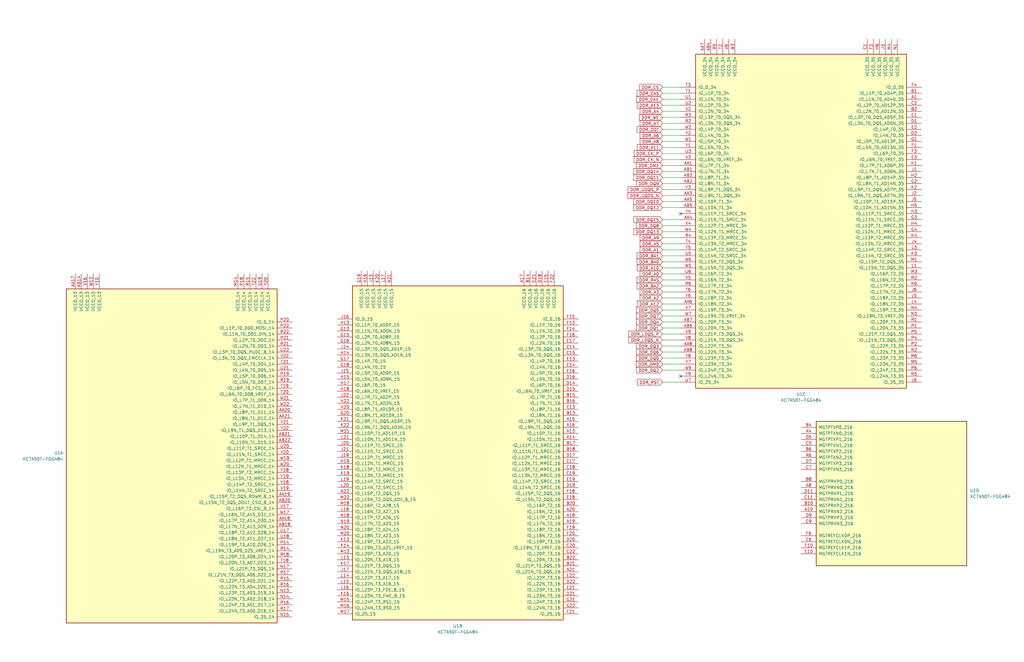
<source format=kicad_sch>
(kicad_sch (version 20250114) (generator "eeschema") (generator_version "9.0")
  (paper "USLedger")
  (lib_symbols
    (symbol "!Xilinx:XC7A50T-FGG484" (pin_names (offset 1.016))
      (property "Reference" "U" (at 0 1.27 0))
      (property "Value" "XC7A50T-2FGG484C" (at 0 -1.27 0))
      (symbol "XC7A50T-FGG484_1_1"
        (rectangle (start -44.45 67.31) (end 44.45 -73.66) (stroke (width 0.254)) (fill (type background)))
        (pin power_in line (at -40.64 73.66 270) (length 6.35) (name "VCCO_13") (number "AA17"))
        (pin power_in line (at -38.1 73.66 270) (length 6.35) (name "VCCO_13") (number "AB14"))
        (pin power_in line (at -35.56 73.66 270) (length 6.35) (name "VCCO_13") (number "V16"))
        (pin power_in line (at -33.02 73.66 270) (length 6.35) (name "VCCO_13") (number "W13"))
        (pin power_in line (at -30.48 73.66 270) (length 6.35) (name "VCCO_13") (number "Y10"))
        (pin power_in line (at 27.94 73.66 270) (length 6.35) (name "VCCO_14") (number "M14"))
        (pin power_in line (at 30.48 73.66 270) (length 6.35) (name "VCCO_14") (number "P18"))
        (pin power_in line (at 33.02 73.66 270) (length 6.35) (name "VCCO_14") (number "R15"))
        (pin power_in line (at 35.56 73.66 270) (length 6.35) (name "VCCO_14") (number "T22"))
        (pin power_in line (at 38.1 73.66 270) (length 6.35) (name "VCCO_14") (number "U19"))
        (pin power_in line (at 40.64 73.66 270) (length 6.35) (name "VCCO_14") (number "Y20"))
        (pin bidirectional line (at 50.8 53.34 180) (length 6.35) (name "IO_0_14") (number "P20"))
        (pin bidirectional line (at 50.8 50.8 180) (length 6.35) (name "IO_L1P_T0_D00_MOSI_14") (number "P22"))
        (pin bidirectional line (at 50.8 48.26 180) (length 6.35) (name "IO_L1N_T0_D01_DIN_14") (number "R22"))
        (pin bidirectional line (at 50.8 45.72 180) (length 6.35) (name "IO_L2P_T0_D02_14") (number "P21"))
        (pin bidirectional line (at 50.8 43.18 180) (length 6.35) (name "IO_L2N_T0_D03_14") (number "R21"))
        (pin bidirectional line (at 50.8 40.64 180) (length 6.35) (name "IO_L3P_T0_DQS_PUDC_B_14") (number "U22"))
        (pin bidirectional line (at 50.8 38.1 180) (length 6.35) (name "IO_L3N_T0_DQS_EMCCLK_14") (number "V22"))
        (pin bidirectional line (at 50.8 35.56 180) (length 6.35) (name "IO_L4P_T0_D04_14") (number "T21"))
        (pin bidirectional line (at 50.8 33.02 180) (length 6.35) (name "IO_L4N_T0_D05_14") (number "U21"))
        (pin bidirectional line (at 50.8 30.48 180) (length 6.35) (name "IO_L5P_T0_D06_14") (number "P19"))
        (pin bidirectional line (at 50.8 27.94 180) (length 6.35) (name "IO_L5N_T0_D07_14") (number "R19"))
        (pin bidirectional line (at 50.8 25.4 180) (length 6.35) (name "IO_L6P_T0_FCS_B_14") (number "T19"))
        (pin bidirectional line (at 50.8 22.86 180) (length 6.35) (name "IO_L6N_T0_D08_VREF_14") (number "T20"))
        (pin bidirectional line (at 50.8 20.32 180) (length 6.35) (name "IO_L7P_T1_D09_14") (number "W21"))
        (pin bidirectional line (at 50.8 17.78 180) (length 6.35) (name "IO_L7N_T1_D10_14") (number "W22"))
        (pin bidirectional line (at 50.8 15.24 180) (length 6.35) (name "IO_L8P_T1_D11_14") (number "AA20"))
        (pin bidirectional line (at 50.8 12.7 180) (length 6.35) (name "IO_L8N_T1_D12_14") (number "AA21"))
        (pin bidirectional line (at 50.8 10.16 180) (length 6.35) (name "IO_L9P_T1_DQS_14") (number "Y21"))
        (pin bidirectional line (at 50.8 7.62 180) (length 6.35) (name "IO_L9N_T1_DQS_D13_14") (number "Y22"))
        (pin bidirectional line (at 50.8 5.08 180) (length 6.35) (name "IO_L10P_T1_D14_14") (number "AB21"))
        (pin bidirectional line (at 50.8 2.54 180) (length 6.35) (name "IO_L10N_T1_D15_14") (number "AB22"))
        (pin bidirectional line (at 50.8 0 180) (length 6.35) (name "IO_L11P_T1_SRCC_14") (number "U20"))
        (pin bidirectional line (at 50.8 -2.54 180) (length 6.35) (name "IO_L11N_T1_SRCC_14") (number "V20"))
        (pin bidirectional line (at 50.8 -5.08 180) (length 6.35) (name "IO_L12P_T1_MRCC_14") (number "W19"))
        (pin bidirectional line (at 50.8 -7.62 180) (length 6.35) (name "IO_L12N_T1_MRCC_14") (number "W20"))
        (pin bidirectional line (at 50.8 -10.16 180) (length 6.35) (name "IO_L13P_T2_MRCC_14") (number "Y18"))
        (pin bidirectional line (at 50.8 -12.7 180) (length 6.35) (name "IO_L13N_T2_MRCC_14") (number "Y19"))
        (pin bidirectional line (at 50.8 -15.24 180) (length 6.35) (name "IO_L14P_T2_SRCC_14") (number "V18"))
        (pin bidirectional line (at 50.8 -17.78 180) (length 6.35) (name "IO_L14N_T2_SRCC_14") (number "V19"))
        (pin bidirectional line (at 50.8 -20.32 180) (length 6.35) (name "IO_L15P_T2_DQS_RDWR_B_14") (number "AA19"))
        (pin bidirectional line (at 50.8 -22.86 180) (length 6.35) (name "IO_L15N_T2_DQS_DOUT_CSO_B_14") (number "AB20"))
        (pin bidirectional line (at 50.8 -25.4 180) (length 6.35) (name "IO_L16P_T2_CSI_B_14") (number "V17"))
        (pin bidirectional line (at 50.8 -27.94 180) (length 6.35) (name "IO_L16N_T2_A15_D31_14") (number "W17"))
        (pin bidirectional line (at 50.8 -30.48 180) (length 6.35) (name "IO_L17P_T2_A14_D30_14") (number "AA18"))
        (pin bidirectional line (at 50.8 -33.02 180) (length 6.35) (name "IO_L17N_T2_A13_D29_14") (number "AB18"))
        (pin bidirectional line (at 50.8 -35.56 180) (length 6.35) (name "IO_L18P_T2_A12_D28_14") (number "U17"))
        (pin bidirectional line (at 50.8 -38.1 180) (length 6.35) (name "IO_L18N_T2_A11_D27_14") (number "U18"))
        (pin bidirectional line (at 50.8 -40.64 180) (length 6.35) (name "IO_L19P_T3_A10_D26_14") (number "P14"))
        (pin bidirectional line (at 50.8 -43.18 180) (length 6.35) (name "IO_L19N_T3_A09_D25_VREF_14") (number "R14"))
        (pin bidirectional line (at 50.8 -45.72 180) (length 6.35) (name "IO_L20P_T3_A08_D24_14") (number "R18"))
        (pin bidirectional line (at 50.8 -48.26 180) (length 6.35) (name "IO_L20N_T3_A07_D23_14") (number "T18"))
        (pin bidirectional line (at 50.8 -50.8 180) (length 6.35) (name "IO_L21P_T3_DQS_14") (number "N17"))
        (pin bidirectional line (at 50.8 -53.34 180) (length 6.35) (name "IO_L21N_T3_DQS_A06_D22_14") (number "P17"))
        (pin bidirectional line (at 50.8 -55.88 180) (length 6.35) (name "IO_L22P_T3_A05_D21_14") (number "P15"))
        (pin bidirectional line (at 50.8 -58.42 180) (length 6.35) (name "IO_L22N_T3_A04_D20_14") (number "R16"))
        (pin bidirectional line (at 50.8 -60.96 180) (length 6.35) (name "IO_L23P_T3_A03_D19_14") (number "N13"))
        (pin bidirectional line (at 50.8 -63.5 180) (length 6.35) (name "IO_L23N_T3_A02_D18_14") (number "N14"))
        (pin bidirectional line (at 50.8 -66.04 180) (length 6.35) (name "IO_L24P_T3_A01_D17_14") (number "P16"))
        (pin bidirectional line (at 50.8 -68.58 180) (length 6.35) (name "IO_L24N_T3_A00_D16_14") (number "R17"))
        (pin bidirectional line (at 50.8 -71.12 180) (length 6.35) (name "IO_25_14") (number "N15"))
      )
      (symbol "XC7A50T-FGG484_2_1"
        (rectangle (start -44.45 67.31) (end 44.45 -73.66) (stroke (width 0.254)) (fill (type background)))
        (pin bidirectional line (at -50.8 53.34 0) (length 6.35) (name "IO_0_15") (number "J16"))
        (pin bidirectional line (at -50.8 50.8 0) (length 6.35) (name "IO_L1P_T0_AD0P_15") (number "H13"))
        (pin bidirectional line (at -50.8 48.26 0) (length 6.35) (name "IO_L1N_T0_AD0N_15") (number "G13"))
        (pin bidirectional line (at -50.8 45.72 0) (length 6.35) (name "IO_L2P_T0_AD8P_15") (number "G15"))
        (pin bidirectional line (at -50.8 43.18 0) (length 6.35) (name "IO_L2N_T0_AD8N_15") (number "G16"))
        (pin bidirectional line (at -50.8 40.64 0) (length 6.35) (name "IO_L3P_T0_DQS_AD1P_15") (number "J14"))
        (pin bidirectional line (at -50.8 38.1 0) (length 6.35) (name "IO_L3N_T0_DQS_AD1N_15") (number "H14"))
        (pin bidirectional line (at -50.8 35.56 0) (length 6.35) (name "IO_L4P_T0_15") (number "G17"))
        (pin bidirectional line (at -50.8 33.02 0) (length 6.35) (name "IO_L4N_T0_15") (number "G18"))
        (pin bidirectional line (at -50.8 30.48 0) (length 6.35) (name "IO_L5P_T0_AD9P_15") (number "J15"))
        (pin bidirectional line (at -50.8 27.94 0) (length 6.35) (name "IO_L5N_T0_AD9N_15") (number "H15"))
        (pin bidirectional line (at -50.8 25.4 0) (length 6.35) (name "IO_L6P_T0_15") (number "H17"))
        (pin bidirectional line (at -50.8 22.86 0) (length 6.35) (name "IO_L6N_T0_VREF_15") (number "H18"))
        (pin bidirectional line (at -50.8 20.32 0) (length 6.35) (name "IO_L7P_T1_AD2P_15") (number "J22"))
        (pin bidirectional line (at -50.8 17.78 0) (length 6.35) (name "IO_L7N_T1_AD2N_15") (number "H22"))
        (pin bidirectional line (at -50.8 15.24 0) (length 6.35) (name "IO_L8P_T1_AD10P_15") (number "H20"))
        (pin bidirectional line (at -50.8 12.7 0) (length 6.35) (name "IO_L8N_T1_AD10N_15") (number "G20"))
        (pin bidirectional line (at -50.8 10.16 0) (length 6.35) (name "IO_L9P_T1_DQS_AD3P_15") (number "K21"))
        (pin bidirectional line (at -50.8 7.62 0) (length 6.35) (name "IO_L9N_T1_DQS_AD3N_15") (number "K22"))
        (pin bidirectional line (at -50.8 5.08 0) (length 6.35) (name "IO_L10P_T1_AD11P_15") (number "M21"))
        (pin bidirectional line (at -50.8 2.54 0) (length 6.35) (name "IO_L10N_T1_AD11N_15") (number "L21"))
        (pin bidirectional line (at -50.8 0 0) (length 6.35) (name "IO_L11P_T1_SRCC_15") (number "J20"))
        (pin bidirectional line (at -50.8 -2.54 0) (length 6.35) (name "IO_L11N_T1_SRCC_15") (number "J21"))
        (pin bidirectional line (at -50.8 -5.08 0) (length 6.35) (name "IO_L12P_T1_MRCC_15") (number "J19"))
        (pin bidirectional line (at -50.8 -7.62 0) (length 6.35) (name "IO_L12N_T1_MRCC_15") (number "H19"))
        (pin bidirectional line (at -50.8 -10.16 0) (length 6.35) (name "IO_L13P_T2_MRCC_15") (number "K18"))
        (pin bidirectional line (at -50.8 -12.7 0) (length 6.35) (name "IO_L13N_T2_MRCC_15") (number "K19"))
        (pin bidirectional line (at -50.8 -15.24 0) (length 6.35) (name "IO_L14P_T2_SRCC_15") (number "L19"))
        (pin bidirectional line (at -50.8 -17.78 0) (length 6.35) (name "IO_L14N_T2_SRCC_15") (number "L20"))
        (pin bidirectional line (at -50.8 -20.32 0) (length 6.35) (name "IO_L15P_T2_DQS_15") (number "N22"))
        (pin bidirectional line (at -50.8 -22.86 0) (length 6.35) (name "IO_L15N_T2_DQS_ADV_B_15") (number "M22"))
        (pin bidirectional line (at -50.8 -25.4 0) (length 6.35) (name "IO_L16P_T2_A28_15") (number "M18"))
        (pin bidirectional line (at -50.8 -27.94 0) (length 6.35) (name "IO_L16N_T2_A27_15") (number "L18"))
        (pin bidirectional line (at -50.8 -30.48 0) (length 6.35) (name "IO_L17P_T2_A26_15") (number "N18"))
        (pin bidirectional line (at -50.8 -33.02 0) (length 6.35) (name "IO_L17N_T2_A25_15") (number "N19"))
        (pin bidirectional line (at -50.8 -35.56 0) (length 6.35) (name "IO_L18P_T2_A24_15") (number "N20"))
        (pin bidirectional line (at -50.8 -38.1 0) (length 6.35) (name "IO_L18N_T2_A23_15") (number "M20"))
        (pin bidirectional line (at -50.8 -40.64 0) (length 6.35) (name "IO_L19P_T3_A22_15") (number "K13"))
        (pin bidirectional line (at -50.8 -43.18 0) (length 6.35) (name "IO_L19N_T3_A21_VREF_15") (number "K14"))
        (pin bidirectional line (at -50.8 -45.72 0) (length 6.35) (name "IO_L20P_T3_A20_15") (number "M13"))
        (pin bidirectional line (at -50.8 -48.26 0) (length 6.35) (name "IO_L20N_T3_A19_15") (number "L13"))
        (pin bidirectional line (at -50.8 -50.8 0) (length 6.35) (name "IO_L21P_T3_DQS_15") (number "K17"))
        (pin bidirectional line (at -50.8 -53.34 0) (length 6.35) (name "IO_L21N_T3_DQS_A18_15") (number "J17"))
        (pin bidirectional line (at -50.8 -55.88 0) (length 6.35) (name "IO_L22P_T3_A17_15") (number "L14"))
        (pin bidirectional line (at -50.8 -58.42 0) (length 6.35) (name "IO_L22N_T3_A16_15") (number "L15"))
        (pin bidirectional line (at -50.8 -60.96 0) (length 6.35) (name "IO_L23P_T3_FOE_B_15") (number "L16"))
        (pin bidirectional line (at -50.8 -63.5 0) (length 6.35) (name "IO_L23N_T3_FWE_B_15") (number "K16"))
        (pin bidirectional line (at -50.8 -66.04 0) (length 6.35) (name "IO_L24P_T3_RS1_15") (number "M15"))
        (pin bidirectional line (at -50.8 -68.58 0) (length 6.35) (name "IO_L24N_T3_RS0_15") (number "M16"))
        (pin bidirectional line (at -50.8 -71.12 0) (length 6.35) (name "IO_25_15") (number "M17"))
        (pin power_in line (at -40.64 73.66 270) (length 6.35) (name "VCCO_15") (number "G19"))
        (pin power_in line (at -38.1 73.66 270) (length 6.35) (name "VCCO_15") (number "H16"))
        (pin power_in line (at -35.56 73.66 270) (length 6.35) (name "VCCO_15") (number "J13"))
        (pin power_in line (at -33.02 73.66 270) (length 6.35) (name "VCCO_15") (number "K20"))
        (pin power_in line (at -30.48 73.66 270) (length 6.35) (name "VCCO_15") (number "L17"))
        (pin power_in line (at -27.94 73.66 270) (length 6.35) (name "VCCO_15") (number "N21"))
        (pin power_in line (at 27.94 73.66 270) (length 6.35) (name "VCCO_16") (number "A17"))
        (pin power_in line (at 30.48 73.66 270) (length 6.35) (name "VCCO_16") (number "B14"))
        (pin power_in line (at 33.02 73.66 270) (length 6.35) (name "VCCO_16") (number "C21"))
        (pin power_in line (at 35.56 73.66 270) (length 6.35) (name "VCCO_16") (number "D18"))
        (pin power_in line (at 38.1 73.66 270) (length 6.35) (name "VCCO_16") (number "E15"))
        (pin power_in line (at 40.64 73.66 270) (length 6.35) (name "VCCO_16") (number "F22"))
        (pin bidirectional line (at 50.8 53.34 180) (length 6.35) (name "IO_0_16") (number "F15"))
        (pin bidirectional line (at 50.8 50.8 180) (length 6.35) (name "IO_L1P_T0_16") (number "F13"))
        (pin bidirectional line (at 50.8 48.26 180) (length 6.35) (name "IO_L1N_T0_16") (number "F14"))
        (pin bidirectional line (at 50.8 45.72 180) (length 6.35) (name "IO_L2P_T0_16") (number "F16"))
        (pin bidirectional line (at 50.8 43.18 180) (length 6.35) (name "IO_L2N_T0_16") (number "E17"))
        (pin bidirectional line (at 50.8 40.64 180) (length 6.35) (name "IO_L3P_T0_DQS_16") (number "C14"))
        (pin bidirectional line (at 50.8 38.1 180) (length 6.35) (name "IO_L3N_T0_DQS_16") (number "C15"))
        (pin bidirectional line (at 50.8 35.56 180) (length 6.35) (name "IO_L4P_T0_16") (number "E13"))
        (pin bidirectional line (at 50.8 33.02 180) (length 6.35) (name "IO_L4N_T0_16") (number "E14"))
        (pin bidirectional line (at 50.8 30.48 180) (length 6.35) (name "IO_L5P_T0_16") (number "E16"))
        (pin bidirectional line (at 50.8 27.94 180) (length 6.35) (name "IO_L5N_T0_16") (number "D16"))
        (pin bidirectional line (at 50.8 25.4 180) (length 6.35) (name "IO_L6P_T0_16") (number "D14"))
        (pin bidirectional line (at 50.8 22.86 180) (length 6.35) (name "IO_L6N_T0_VREF_16") (number "D15"))
        (pin bidirectional line (at 50.8 20.32 180) (length 6.35) (name "IO_L7P_T1_16") (number "B15"))
        (pin bidirectional line (at 50.8 17.78 180) (length 6.35) (name "IO_L7N_T1_16") (number "B16"))
        (pin bidirectional line (at 50.8 15.24 180) (length 6.35) (name "IO_L8P_T1_16") (number "C13"))
        (pin bidirectional line (at 50.8 12.7 180) (length 6.35) (name "IO_L8N_T1_16") (number "B13"))
        (pin bidirectional line (at 50.8 10.16 180) (length 6.35) (name "IO_L9P_T1_DQS_16") (number "A15"))
        (pin bidirectional line (at 50.8 7.62 180) (length 6.35) (name "IO_L9N_T1_DQS_16") (number "A16"))
        (pin bidirectional line (at 50.8 5.08 180) (length 6.35) (name "IO_L10P_T1_16") (number "A13"))
        (pin bidirectional line (at 50.8 2.54 180) (length 6.35) (name "IO_L10N_T1_16") (number "A14"))
        (pin bidirectional line (at 50.8 0 180) (length 6.35) (name "IO_L11P_T1_SRCC_16") (number "B17"))
        (pin bidirectional line (at 50.8 -2.54 180) (length 6.35) (name "IO_L11N_T1_SRCC_16") (number "B18"))
        (pin bidirectional line (at 50.8 -5.08 180) (length 6.35) (name "IO_L12P_T1_MRCC_16") (number "D17"))
        (pin bidirectional line (at 50.8 -7.62 180) (length 6.35) (name "IO_L12N_T1_MRCC_16") (number "C17"))
        (pin bidirectional line (at 50.8 -10.16 180) (length 6.35) (name "IO_L13P_T2_MRCC_16") (number "C18"))
        (pin bidirectional line (at 50.8 -12.7 180) (length 6.35) (name "IO_L13N_T2_MRCC_16") (number "C19"))
        (pin bidirectional line (at 50.8 -15.24 180) (length 6.35) (name "IO_L14P_T2_SRCC_16") (number "E19"))
        (pin bidirectional line (at 50.8 -17.78 180) (length 6.35) (name "IO_L14N_T2_SRCC_16") (number "D19"))
        (pin bidirectional line (at 50.8 -20.32 180) (length 6.35) (name "IO_L15P_T2_DQS_16") (number "F18"))
        (pin bidirectional line (at 50.8 -22.86 180) (length 6.35) (name "IO_L15N_T2_DQS_16") (number "E18"))
        (pin bidirectional line (at 50.8 -25.4 180) (length 6.35) (name "IO_L16P_T2_16") (number "B20"))
        (pin bidirectional line (at 50.8 -27.94 180) (length 6.35) (name "IO_L16N_T2_16") (number "A20"))
        (pin bidirectional line (at 50.8 -30.48 180) (length 6.35) (name "IO_L17P_T2_16") (number "A18"))
        (pin bidirectional line (at 50.8 -33.02 180) (length 6.35) (name "IO_L17N_T2_16") (number "A19"))
        (pin bidirectional line (at 50.8 -35.56 180) (length 6.35) (name "IO_L18P_T2_16") (number "F19"))
        (pin bidirectional line (at 50.8 -38.1 180) (length 6.35) (name "IO_L18N_T2_16") (number "F20"))
        (pin bidirectional line (at 50.8 -40.64 180) (length 6.35) (name "IO_L19P_T3_16") (number "D20"))
        (pin bidirectional line (at 50.8 -43.18 180) (length 6.35) (name "IO_L19N_T3_VREF_16") (number "C20"))
        (pin bidirectional line (at 50.8 -45.72 180) (length 6.35) (name "IO_L20P_T3_16") (number "C22"))
        (pin bidirectional line (at 50.8 -48.26 180) (length 6.35) (name "IO_L20N_T3_16") (number "B22"))
        (pin bidirectional line (at 50.8 -50.8 180) (length 6.35) (name "IO_L21P_T3_DQS_16") (number "B21"))
        (pin bidirectional line (at 50.8 -53.34 180) (length 6.35) (name "IO_L21N_T3_DQS_16") (number "A21"))
        (pin bidirectional line (at 50.8 -55.88 180) (length 6.35) (name "IO_L22P_T3_16") (number "E22"))
        (pin bidirectional line (at 50.8 -58.42 180) (length 6.35) (name "IO_L22N_T3_16") (number "D22"))
        (pin bidirectional line (at 50.8 -60.96 180) (length 6.35) (name "IO_L23P_T3_16") (number "E21"))
        (pin bidirectional line (at 50.8 -63.5 180) (length 6.35) (name "IO_L23N_T3_16") (number "D21"))
        (pin bidirectional line (at 50.8 -66.04 180) (length 6.35) (name "IO_L24P_T3_16") (number "G21"))
        (pin bidirectional line (at 50.8 -68.58 180) (length 6.35) (name "IO_L24N_T3_16") (number "G22"))
        (pin bidirectional line (at 50.8 -71.12 180) (length 6.35) (name "IO_25_16") (number "F21"))
      )
      (symbol "XC7A50T-FGG484_3_1"
        (rectangle (start -44.45 67.31) (end 44.45 -73.66) (stroke (width 0.254)) (fill (type background)))
        (pin bidirectional line (at -50.8 53.34 0) (length 6.35) (name "IO_0_34") (number "T3"))
        (pin bidirectional line (at -50.8 50.8 0) (length 6.35) (name "IO_L1P_T0_34") (number "T1"))
        (pin bidirectional line (at -50.8 48.26 0) (length 6.35) (name "IO_L1N_T0_34") (number "U1"))
        (pin bidirectional line (at -50.8 45.72 0) (length 6.35) (name "IO_L2P_T0_34") (number "U2"))
        (pin bidirectional line (at -50.8 43.18 0) (length 6.35) (name "IO_L2N_T0_34") (number "V2"))
        (pin bidirectional line (at -50.8 40.64 0) (length 6.35) (name "IO_L3P_T0_DQS_34") (number "R3"))
        (pin bidirectional line (at -50.8 38.1 0) (length 6.35) (name "IO_L3N_T0_DQS_34") (number "R2"))
        (pin bidirectional line (at -50.8 35.56 0) (length 6.35) (name "IO_L4P_T0_34") (number "W2"))
        (pin bidirectional line (at -50.8 33.02 0) (length 6.35) (name "IO_L4N_T0_34") (number "Y2"))
        (pin bidirectional line (at -50.8 30.48 0) (length 6.35) (name "IO_L5P_T0_34") (number "W1"))
        (pin bidirectional line (at -50.8 27.94 0) (length 6.35) (name "IO_L5N_T0_34") (number "Y1"))
        (pin bidirectional line (at -50.8 25.4 0) (length 6.35) (name "IO_L6P_T0_34") (number "U3"))
        (pin bidirectional line (at -50.8 22.86 0) (length 6.35) (name "IO_L6N_T0_VREF_34") (number "V3"))
        (pin bidirectional line (at -50.8 20.32 0) (length 6.35) (name "IO_L7P_T1_34") (number "AA1"))
        (pin bidirectional line (at -50.8 17.78 0) (length 6.35) (name "IO_L7N_T1_34") (number "AB1"))
        (pin bidirectional line (at -50.8 15.24 0) (length 6.35) (name "IO_L8P_T1_34") (number "AB3"))
        (pin bidirectional line (at -50.8 12.7 0) (length 6.35) (name "IO_L8N_T1_34") (number "AB2"))
        (pin bidirectional line (at -50.8 10.16 0) (length 6.35) (name "IO_L9P_T1_DQS_34") (number "Y3"))
        (pin bidirectional line (at -50.8 7.62 0) (length 6.35) (name "IO_L9N_T1_DQS_34") (number "AA3"))
        (pin bidirectional line (at -50.8 5.08 0) (length 6.35) (name "IO_L10P_T1_34") (number "AA5"))
        (pin bidirectional line (at -50.8 2.54 0) (length 6.35) (name "IO_L10N_T1_34") (number "AB5"))
        (pin bidirectional line (at -50.8 0 0) (length 6.35) (name "IO_L11P_T1_SRCC_34") (number "Y4"))
        (pin bidirectional line (at -50.8 -2.54 0) (length 6.35) (name "IO_L11N_T1_SRCC_34") (number "AA4"))
        (pin bidirectional line (at -50.8 -5.08 0) (length 6.35) (name "IO_L12P_T1_MRCC_34") (number "V4"))
        (pin bidirectional line (at -50.8 -7.62 0) (length 6.35) (name "IO_L12N_T1_MRCC_34") (number "W4"))
        (pin bidirectional line (at -50.8 -10.16 0) (length 6.35) (name "IO_L13P_T2_MRCC_34") (number "R4"))
        (pin bidirectional line (at -50.8 -12.7 0) (length 6.35) (name "IO_L13N_T2_MRCC_34") (number "T4"))
        (pin bidirectional line (at -50.8 -15.24 0) (length 6.35) (name "IO_L14P_T2_SRCC_34") (number "T5"))
        (pin bidirectional line (at -50.8 -17.78 0) (length 6.35) (name "IO_L14N_T2_SRCC_34") (number "U5"))
        (pin bidirectional line (at -50.8 -20.32 0) (length 6.35) (name "IO_L15P_T2_DQS_34") (number "W6"))
        (pin bidirectional line (at -50.8 -22.86 0) (length 6.35) (name "IO_L15N_T2_DQS_34") (number "W5"))
        (pin bidirectional line (at -50.8 -25.4 0) (length 6.35) (name "IO_L16P_T2_34") (number "U6"))
        (pin bidirectional line (at -50.8 -27.94 0) (length 6.35) (name "IO_L16N_T2_34") (number "V5"))
        (pin bidirectional line (at -50.8 -30.48 0) (length 6.35) (name "IO_L17P_T2_34") (number "R6"))
        (pin bidirectional line (at -50.8 -33.02 0) (length 6.35) (name "IO_L17N_T2_34") (number "T6"))
        (pin bidirectional line (at -50.8 -35.56 0) (length 6.35) (name "IO_L18P_T2_34") (number "Y6"))
        (pin bidirectional line (at -50.8 -38.1 0) (length 6.35) (name "IO_L18N_T2_34") (number "AA6"))
        (pin bidirectional line (at -50.8 -40.64 0) (length 6.35) (name "IO_L19P_T3_34") (number "V7"))
        (pin bidirectional line (at -50.8 -43.18 0) (length 6.35) (name "IO_L19N_T3_VREF_34") (number "W7"))
        (pin bidirectional line (at -50.8 -45.72 0) (length 6.35) (name "IO_L20P_T3_34") (number "AB7"))
        (pin bidirectional line (at -50.8 -48.26 0) (length 6.35) (name "IO_L20N_T3_34") (number "AB6"))
        (pin bidirectional line (at -50.8 -50.8 0) (length 6.35) (name "IO_L21P_T3_DQS_34") (number "V9"))
        (pin bidirectional line (at -50.8 -53.34 0) (length 6.35) (name "IO_L21N_T3_DQS_34") (number "V8"))
        (pin bidirectional line (at -50.8 -55.88 0) (length 6.35) (name "IO_L22P_T3_34") (number "AA8"))
        (pin bidirectional line (at -50.8 -58.42 0) (length 6.35) (name "IO_L22N_T3_34") (number "AB8"))
        (pin bidirectional line (at -50.8 -60.96 0) (length 6.35) (name "IO_L23P_T3_34") (number "Y8"))
        (pin bidirectional line (at -50.8 -63.5 0) (length 6.35) (name "IO_L23N_T3_34") (number "Y7"))
        (pin bidirectional line (at -50.8 -66.04 0) (length 6.35) (name "IO_L24P_T3_34") (number "W9"))
        (pin bidirectional line (at -50.8 -68.58 0) (length 6.35) (name "IO_L24N_T3_34") (number "Y9"))
        (pin bidirectional line (at -50.8 -71.12 0) (length 6.35) (name "IO_25_34") (number "U7"))
        (pin power_in line (at -40.64 73.66 270) (length 6.35) (name "VCCO_34") (number "AA7"))
        (pin power_in line (at -38.1 73.66 270) (length 6.35) (name "VCCO_34") (number "AB4"))
        (pin power_in line (at -35.56 73.66 270) (length 6.35) (name "VCCO_34") (number "R5"))
        (pin power_in line (at -33.02 73.66 270) (length 6.35) (name "VCCO_34") (number "T2"))
        (pin power_in line (at -30.48 73.66 270) (length 6.35) (name "VCCO_34") (number "V6"))
        (pin power_in line (at -27.94 73.66 270) (length 6.35) (name "VCCO_34") (number "W3"))
        (pin power_in line (at 27.94 73.66 270) (length 6.35) (name "VCCO_35") (number "C1"))
        (pin power_in line (at 30.48 73.66 270) (length 6.35) (name "VCCO_35") (number "F2"))
        (pin power_in line (at 33.02 73.66 270) (length 6.35) (name "VCCO_35") (number "H6"))
        (pin power_in line (at 35.56 73.66 270) (length 6.35) (name "VCCO_35") (number "J3"))
        (pin power_in line (at 38.1 73.66 270) (length 6.35) (name "VCCO_35") (number "M4"))
        (pin power_in line (at 40.64 73.66 270) (length 6.35) (name "VCCO_35") (number "N1"))
        (pin bidirectional line (at 50.8 53.34 180) (length 6.35) (name "IO_0_35") (number "F4"))
        (pin bidirectional line (at 50.8 50.8 180) (length 6.35) (name "IO_L1P_T0_AD4P_35") (number "B1"))
        (pin bidirectional line (at 50.8 48.26 180) (length 6.35) (name "IO_L1N_T0_AD4N_35") (number "A1"))
        (pin bidirectional line (at 50.8 45.72 180) (length 6.35) (name "IO_L2P_T0_AD12P_35") (number "C2"))
        (pin bidirectional line (at 50.8 43.18 180) (length 6.35) (name "IO_L2N_T0_AD12N_35") (number "B2"))
        (pin bidirectional line (at 50.8 40.64 180) (length 6.35) (name "IO_L3P_T0_DQS_AD5P_35") (number "E1"))
        (pin bidirectional line (at 50.8 38.1 180) (length 6.35) (name "IO_L3N_T0_DQS_AD5N_35") (number "D1"))
        (pin bidirectional line (at 50.8 35.56 180) (length 6.35) (name "IO_L4P_T0_35") (number "E2"))
        (pin bidirectional line (at 50.8 33.02 180) (length 6.35) (name "IO_L4N_T0_35") (number "D2"))
        (pin bidirectional line (at 50.8 30.48 180) (length 6.35) (name "IO_L5P_T0_AD13P_35") (number "G1"))
        (pin bidirectional line (at 50.8 27.94 180) (length 6.35) (name "IO_L5N_T0_AD13N_35") (number "F1"))
        (pin bidirectional line (at 50.8 25.4 180) (length 6.35) (name "IO_L6P_T0_35") (number "F3"))
        (pin bidirectional line (at 50.8 22.86 180) (length 6.35) (name "IO_L6N_T0_VREF_35") (number "E3"))
        (pin bidirectional line (at 50.8 20.32 180) (length 6.35) (name "IO_L7P_T1_AD6P_35") (number "K1"))
        (pin bidirectional line (at 50.8 17.78 180) (length 6.35) (name "IO_L7N_T1_AD6N_35") (number "J1"))
        (pin bidirectional line (at 50.8 15.24 180) (length 6.35) (name "IO_L8P_T1_AD14P_35") (number "H2"))
        (pin bidirectional line (at 50.8 12.7 180) (length 6.35) (name "IO_L8N_T1_AD14N_35") (number "G2"))
        (pin bidirectional line (at 50.8 10.16 180) (length 6.35) (name "IO_L9P_T1_DQS_AD7P_35") (number "K2"))
        (pin bidirectional line (at 50.8 7.62 180) (length 6.35) (name "IO_L9N_T1_DQS_AD7N_35") (number "J2"))
        (pin bidirectional line (at 50.8 5.08 180) (length 6.35) (name "IO_L10P_T1_AD15P_35") (number "J5"))
        (pin bidirectional line (at 50.8 2.54 180) (length 6.35) (name "IO_L10N_T1_AD15N_35") (number "H5"))
        (pin bidirectional line (at 50.8 0 180) (length 6.35) (name "IO_L11P_T1_SRCC_35") (number "H3"))
        (pin bidirectional line (at 50.8 -2.54 180) (length 6.35) (name "IO_L11N_T1_SRCC_35") (number "G3"))
        (pin bidirectional line (at 50.8 -5.08 180) (length 6.35) (name "IO_L12P_T1_MRCC_35") (number "H4"))
        (pin bidirectional line (at 50.8 -7.62 180) (length 6.35) (name "IO_L12N_T1_MRCC_35") (number "G4"))
        (pin bidirectional line (at 50.8 -10.16 180) (length 6.35) (name "IO_L13P_T2_MRCC_35") (number "K4"))
        (pin bidirectional line (at 50.8 -12.7 180) (length 6.35) (name "IO_L13N_T2_MRCC_35") (number "J4"))
        (pin bidirectional line (at 50.8 -15.24 180) (length 6.35) (name "IO_L14P_T2_SRCC_35") (number "L3"))
        (pin bidirectional line (at 50.8 -17.78 180) (length 6.35) (name "IO_L14N_T2_SRCC_35") (number "K3"))
        (pin bidirectional line (at 50.8 -20.32 180) (length 6.35) (name "IO_L15P_T2_DQS_35") (number "M1"))
        (pin bidirectional line (at 50.8 -22.86 180) (length 6.35) (name "IO_L15N_T2_DQS_35") (number "L1"))
        (pin bidirectional line (at 50.8 -25.4 180) (length 6.35) (name "IO_L16P_T2_35") (number "M3"))
        (pin bidirectional line (at 50.8 -27.94 180) (length 6.35) (name "IO_L16N_T2_35") (number "M2"))
        (pin bidirectional line (at 50.8 -30.48 180) (length 6.35) (name "IO_L17P_T2_35") (number "K6"))
        (pin bidirectional line (at 50.8 -33.02 180) (length 6.35) (name "IO_L17N_T2_35") (number "J6"))
        (pin bidirectional line (at 50.8 -35.56 180) (length 6.35) (name "IO_L18P_T2_35") (number "L5"))
        (pin bidirectional line (at 50.8 -38.1 180) (length 6.35) (name "IO_L18N_T2_35") (number "L4"))
        (pin bidirectional line (at 50.8 -40.64 180) (length 6.35) (name "IO_L19P_T3_35") (number "N4"))
        (pin bidirectional line (at 50.8 -43.18 180) (length 6.35) (name "IO_L19N_T3_VREF_35") (number "N3"))
        (pin bidirectional line (at 50.8 -45.72 180) (length 6.35) (name "IO_L20P_T3_35") (number "R1"))
        (pin bidirectional line (at 50.8 -48.26 180) (length 6.35) (name "IO_L20N_T3_35") (number "P1"))
        (pin bidirectional line (at 50.8 -50.8 180) (length 6.35) (name "IO_L21P_T3_DQS_35") (number "P5"))
        (pin bidirectional line (at 50.8 -53.34 180) (length 6.35) (name "IO_L21N_T3_DQS_35") (number "P4"))
        (pin bidirectional line (at 50.8 -55.88 180) (length 6.35) (name "IO_L22P_T3_35") (number "P2"))
        (pin bidirectional line (at 50.8 -58.42 180) (length 6.35) (name "IO_L22N_T3_35") (number "N2"))
        (pin bidirectional line (at 50.8 -60.96 180) (length 6.35) (name "IO_L23P_T3_35") (number "M6"))
        (pin bidirectional line (at 50.8 -63.5 180) (length 6.35) (name "IO_L23N_T3_35") (number "M5"))
        (pin bidirectional line (at 50.8 -66.04 180) (length 6.35) (name "IO_L24P_T3_35") (number "P6"))
        (pin bidirectional line (at 50.8 -68.58 180) (length 6.35) (name "IO_L24N_T3_35") (number "N5"))
        (pin bidirectional line (at 50.8 -71.12 180) (length 6.35) (name "IO_25_35") (number "L6"))
      )
      (symbol "XC7A50T-FGG484_4_1"
        (rectangle (start -31.75 30.48) (end 31.75 -30.48) (stroke (width 0.254)) (fill (type background)))
        (pin bidirectional line (at -38.1 27.94 0) (length 6.35) (name "MGTPTXP0_216") (number "B4"))
        (pin bidirectional line (at -38.1 25.4 0) (length 6.35) (name "MGTPTXN0_216") (number "A4"))
        (pin bidirectional line (at -38.1 22.86 0) (length 6.35) (name "MGTPTXP1_216") (number "D5"))
        (pin bidirectional line (at -38.1 20.32 0) (length 6.35) (name "MGTPTXN1_216") (number "C5"))
        (pin bidirectional line (at -38.1 17.78 0) (length 6.35) (name "MGTPTXP2_216") (number "B6"))
        (pin bidirectional line (at -38.1 15.24 0) (length 6.35) (name "MGTPTXN2_216") (number "A6"))
        (pin bidirectional line (at -38.1 12.7 0) (length 6.35) (name "MGTPTXP3_216") (number "D7"))
        (pin bidirectional line (at -38.1 10.16 0) (length 6.35) (name "MGTPTXN3_216") (number "C7"))
        (pin bidirectional line (at -38.1 5.08 0) (length 6.35) (name "MGTPRXP0_216") (number "B8"))
        (pin bidirectional line (at -38.1 2.54 0) (length 6.35) (name "MGTPRXN0_216") (number "A8"))
        (pin bidirectional line (at -38.1 0 0) (length 6.35) (name "MGTPRXP1_216") (number "D11"))
        (pin bidirectional line (at -38.1 -2.54 0) (length 6.35) (name "MGTPRXN1_216") (number "C11"))
        (pin bidirectional line (at -38.1 -5.08 0) (length 6.35) (name "MGTPRXP2_216") (number "B10"))
        (pin bidirectional line (at -38.1 -7.62 0) (length 6.35) (name "MGTPRXN2_216") (number "A10"))
        (pin bidirectional line (at -38.1 -10.16 0) (length 6.35) (name "MGTPRXP3_216") (number "D9"))
        (pin bidirectional line (at -38.1 -12.7 0) (length 6.35) (name "MGTPRXN3_216") (number "C9"))
        (pin bidirectional line (at -38.1 -17.78 0) (length 6.35) (name "MGTREFCLK0P_216") (number "F6"))
        (pin bidirectional line (at -38.1 -20.32 0) (length 6.35) (name "MGTREFCLK0N_216") (number "E6"))
        (pin bidirectional line (at -38.1 -22.86 0) (length 6.35) (name "MGTREFCLK1P_216") (number "F10"))
        (pin bidirectional line (at -38.1 -25.4 0) (length 6.35) (name "MGTREFCLK1N_216") (number "E10"))
      )
      (symbol "XC7A50T-FGG484_5_1"
        (rectangle (start -31.75 12.7) (end 31.75 -12.7) (stroke (width 0.254)) (fill (type background)))
        (pin power_in line (at -38.1 10.16 0) (length 6.35) (name "MGTAVCC") (number "D6"))
        (pin power_in line (at -38.1 7.62 0) (length 6.35) (name "MGTAVCC") (number "D10"))
        (pin power_in line (at -38.1 5.08 0) (length 6.35) (name "MGTAVCC") (number "F7"))
        (pin power_in line (at -38.1 2.54 0) (length 6.35) (name "MGTAVCC") (number "F9"))
        (pin power_in line (at -38.1 0 0) (length 6.35) (name "MGTAVCC") (number "E8"))
        (pin power_in line (at 38.1 10.16 180) (length 6.35) (name "MGTAVTT") (number "B5"))
        (pin power_in line (at 38.1 7.62 180) (length 6.35) (name "MGTAVTT") (number "B7"))
        (pin power_in line (at 38.1 5.08 180) (length 6.35) (name "MGTAVTT") (number "B9"))
        (pin power_in line (at 38.1 2.54 180) (length 6.35) (name "MGTAVTT") (number "B11"))
        (pin power_in line (at 38.1 0 180) (length 6.35) (name "MGTAVTT") (number "C4"))
        (pin power_in line (at 38.1 -2.54 180) (length 6.35) (name "MGTAVTT") (number "C8"))
        (pin power_in line (at 38.1 -7.62 180) (length 6.35) (name "MGTRREF_216") (number "F8"))
      )
      (symbol "XC7A50T-FGG484_6_1"
        (rectangle (start -31.75 34.29) (end 31.75 -40.64) (stroke (width 0.254)) (fill (type background)))
        (pin power_in line (at 25.4 40.64 270) (length 6.35) (name "VCCO_0") (number "F12"))
        (pin power_in line (at 27.94 40.64 270) (length 6.35) (name "VCCO_0") (number "T12"))
        (pin bidirectional line (at 38.1 20.32 180) (length 6.35) (name "TDI_0") (number "R13"))
        (pin bidirectional line (at 38.1 17.78 180) (length 6.35) (name "TDO_0") (number "U13"))
        (pin bidirectional line (at 38.1 15.24 180) (length 6.35) (name "TMS_0") (number "T13"))
        (pin bidirectional line (at 38.1 12.7 180) (length 6.35) (name "TCK_0") (number "V12"))
        (pin bidirectional line (at 38.1 7.62 180) (length 6.35) (name "CCLK_0") (number "L12"))
        (pin bidirectional line (at 38.1 5.08 180) (length 6.35) (name "M0_0") (number "U11"))
        (pin bidirectional line (at 38.1 2.54 180) (length 6.35) (name "M1_0") (number "U10"))
        (pin bidirectional line (at 38.1 0 180) (length 6.35) (name "M2_0") (number "U9"))
        (pin bidirectional line (at 38.1 -5.08 180) (length 6.35) (name "DONE_0") (number "G11"))
        (pin bidirectional line (at 38.1 -7.62 180) (length 6.35) (name "INIT_B_0") (number "U12"))
        (pin bidirectional line (at 38.1 -10.16 180) (length 6.35) (name "PROGRAM_B_0") (number "N12"))
        (pin bidirectional line (at 38.1 -15.24 180) (length 6.35) (name "CFGBVS_0") (number "U8"))
        (pin bidirectional line (at 38.1 -20.32 180) (length 6.35) (name "VP_0") (number "L10"))
        (pin bidirectional line (at 38.1 -22.86 180) (length 6.35) (name "VN_0") (number "M9"))
        (pin bidirectional line (at 38.1 -27.94 180) (length 6.35) (name "VREFP_0") (number "M10"))
        (pin bidirectional line (at 38.1 -30.48 180) (length 6.35) (name "VREFN_0") (number "L9"))
        (pin bidirectional line (at 38.1 -35.56 180) (length 6.35) (name "DXP_0") (number "N10"))
        (pin bidirectional line (at 38.1 -38.1 180) (length 6.35) (name "DXN_0") (number "N9"))
      )
      (symbol "XC7A50T-FGG484_7_1"
        (rectangle (start -19.05 76.2) (end 19.05 -76.2) (stroke (width 0.254)) (fill (type background)))
        (pin power_in line (at -25.4 73.66 0) (length 6.35) (name "VCCAUX") (number "H12"))
        (pin power_in line (at -25.4 71.12 0) (length 6.35) (name "VCCAUX") (number "K12"))
        (pin power_in line (at -25.4 68.58 0) (length 6.35) (name "VCCAUX") (number "M12"))
        (pin power_in line (at -25.4 66.04 0) (length 6.35) (name "VCCAUX") (number "P12"))
        (pin power_in line (at -25.4 63.5 0) (length 6.35) (name "VCCAUX") (number "R11"))
        (pin power_in line (at -25.4 58.42 0) (length 6.35) (name "GNDADC_0") (number "K9"))
        (pin power_in line (at -25.4 55.88 0) (length 6.35) (name "VCCADC_0") (number "K10"))
        (pin power_in line (at -25.4 53.34 0) (length 6.35) (name "VCCBATT_0") (number "E12"))
        (pin power_in line (at -25.4 50.8 0) (length 6.35) (name "VCCBRAM") (number "J11"))
        (pin power_in line (at -25.4 48.26 0) (length 6.35) (name "VCCBRAM") (number "L11"))
        (pin power_in line (at -25.4 45.72 0) (length 6.35) (name "VCCBRAM") (number "N11"))
        (pin power_in line (at -25.4 35.56 0) (length 6.35) (name "GND") (number "A2"))
        (pin power_in line (at -25.4 33.02 0) (length 6.35) (name "GND") (number "A3"))
        (pin power_in line (at -25.4 30.48 0) (length 6.35) (name "GND") (number "A5"))
        (pin power_in line (at -25.4 27.94 0) (length 6.35) (name "GND") (number "A7"))
        (pin power_in line (at -25.4 25.4 0) (length 6.35) (name "GND") (number "A9"))
        (pin power_in line (at -25.4 22.86 0) (length 6.35) (name "GND") (number "A11"))
        (pin power_in line (at -25.4 20.32 0) (length 6.35) (name "GND") (number "A12"))
        (pin power_in line (at -25.4 17.78 0) (length 6.35) (name "GND") (number "A22"))
        (pin power_in line (at -25.4 15.24 0) (length 6.35) (name "GND") (number "B3"))
        (pin power_in line (at -25.4 12.7 0) (length 6.35) (name "GND") (number "B12"))
        (pin power_in line (at -25.4 10.16 0) (length 6.35) (name "GND") (number "B19"))
        (pin power_in line (at -25.4 7.62 0) (length 6.35) (name "GND") (number "C3"))
        (pin power_in line (at -25.4 5.08 0) (length 6.35) (name "GND") (number "C6"))
        (pin power_in line (at -25.4 2.54 0) (length 6.35) (name "GND") (number "C10"))
        (pin power_in line (at -25.4 0 0) (length 6.35) (name "GND") (number "C12"))
        (pin power_in line (at -25.4 -2.54 0) (length 6.35) (name "GND") (number "C16"))
        (pin power_in line (at -25.4 -5.08 0) (length 6.35) (name "GND") (number "D3"))
        (pin power_in line (at -25.4 -7.62 0) (length 6.35) (name "GND") (number "D4"))
        (pin power_in line (at -25.4 -10.16 0) (length 6.35) (name "GND") (number "D8"))
        (pin power_in line (at -25.4 -12.7 0) (length 6.35) (name "GND") (number "D12"))
        (pin power_in line (at -25.4 -15.24 0) (length 6.35) (name "GND") (number "D13"))
        (pin power_in line (at -25.4 -17.78 0) (length 6.35) (name "GND") (number "E4"))
        (pin power_in line (at -25.4 -20.32 0) (length 6.35) (name "GND") (number "E5"))
        (pin power_in line (at -25.4 -22.86 0) (length 6.35) (name "GND") (number "E7"))
        (pin power_in line (at -25.4 -25.4 0) (length 6.35) (name "GND") (number "E9"))
        (pin power_in line (at -25.4 -27.94 0) (length 6.35) (name "GND") (number "E11"))
        (pin power_in line (at -25.4 -30.48 0) (length 6.35) (name "GND") (number "E20"))
        (pin power_in line (at -25.4 -33.02 0) (length 6.35) (name "GND") (number "F5"))
        (pin power_in line (at -25.4 -35.56 0) (length 6.35) (name "GND") (number "F11"))
        (pin power_in line (at -25.4 -38.1 0) (length 6.35) (name "GND") (number "F17"))
        (pin power_in line (at -25.4 -40.64 0) (length 6.35) (name "GND") (number "G5"))
        (pin power_in line (at -25.4 -43.18 0) (length 6.35) (name "GND") (number "G6"))
        (pin power_in line (at -25.4 -45.72 0) (length 6.35) (name "GND") (number "G7"))
        (pin power_in line (at -25.4 -48.26 0) (length 6.35) (name "GND") (number "G8"))
        (pin power_in line (at -25.4 -50.8 0) (length 6.35) (name "GND") (number "G9"))
        (pin power_in line (at -25.4 -53.34 0) (length 6.35) (name "GND") (number "G10"))
        (pin power_in line (at -25.4 -55.88 0) (length 6.35) (name "GND") (number "G12"))
        (pin power_in line (at -25.4 -58.42 0) (length 6.35) (name "GND") (number "G14"))
        (pin power_in line (at -25.4 -60.96 0) (length 6.35) (name "GND") (number "H1"))
        (pin power_in line (at -25.4 -63.5 0) (length 6.35) (name "GND") (number "H7"))
        (pin power_in line (at -25.4 -66.04 0) (length 6.35) (name "GND") (number "H9"))
        (pin power_in line (at -25.4 -68.58 0) (length 6.35) (name "GND") (number "H11"))
        (pin power_in line (at -25.4 -71.12 0) (length 6.35) (name "GND") (number "H21"))
        (pin power_in line (at -25.4 -73.66 0) (length 6.35) (name "GND") (number "J8"))
        (pin power_in line (at 25.4 73.66 180) (length 6.35) (name "VCCINT") (number "H8"))
        (pin power_in line (at 25.4 71.12 180) (length 6.35) (name "VCCINT") (number "H10"))
        (pin power_in line (at 25.4 68.58 180) (length 6.35) (name "VCCINT") (number "J7"))
        (pin power_in line (at 25.4 66.04 180) (length 6.35) (name "VCCINT") (number "J9"))
        (pin power_in line (at 25.4 63.5 180) (length 6.35) (name "VCCINT") (number "K8"))
        (pin power_in line (at 25.4 60.96 180) (length 6.35) (name "VCCINT") (number "L7"))
        (pin power_in line (at 25.4 58.42 180) (length 6.35) (name "VCCINT") (number "M8"))
        (pin power_in line (at 25.4 55.88 180) (length 6.35) (name "VCCINT") (number "N7"))
        (pin power_in line (at 25.4 53.34 180) (length 6.35) (name "VCCINT") (number "P8"))
        (pin power_in line (at 25.4 50.8 180) (length 6.35) (name "VCCINT") (number "P10"))
        (pin power_in line (at 25.4 48.26 180) (length 6.35) (name "VCCINT") (number "R7"))
        (pin power_in line (at 25.4 45.72 180) (length 6.35) (name "VCCINT") (number "R9"))
        (pin power_in line (at 25.4 43.18 180) (length 6.35) (name "VCCINT") (number "T8"))
        (pin power_in line (at 25.4 40.64 180) (length 6.35) (name "VCCINT") (number "T10"))
        (pin power_in line (at 25.4 33.02 180) (length 6.35) (name "GND") (number "J10"))
        (pin power_in line (at 25.4 30.48 180) (length 6.35) (name "GND") (number "J12"))
        (pin power_in line (at 25.4 27.94 180) (length 6.35) (name "GND") (number "J18"))
        (pin power_in line (at 25.4 25.4 180) (length 6.35) (name "GND") (number "K5"))
        (pin power_in line (at 25.4 22.86 180) (length 6.35) (name "GND") (number "K7"))
        (pin power_in line (at 25.4 20.32 180) (length 6.35) (name "GND") (number "K11"))
        (pin power_in line (at 25.4 17.78 180) (length 6.35) (name "GND") (number "K15"))
        (pin power_in line (at 25.4 15.24 180) (length 6.35) (name "GND") (number "L2"))
        (pin power_in line (at 25.4 12.7 180) (length 6.35) (name "GND") (number "L8"))
        (pin power_in line (at 25.4 10.16 180) (length 6.35) (name "GND") (number "L22"))
        (pin power_in line (at 25.4 7.62 180) (length 6.35) (name "GND") (number "M7"))
        (pin power_in line (at 25.4 5.08 180) (length 6.35) (name "GND") (number "M11"))
        (pin power_in line (at 25.4 2.54 180) (length 6.35) (name "GND") (number "M19"))
        (pin power_in line (at 25.4 0 180) (length 6.35) (name "GND") (number "N6"))
        (pin power_in line (at 25.4 -2.54 180) (length 6.35) (name "GND") (number "N8"))
        (pin power_in line (at 25.4 -5.08 180) (length 6.35) (name "GND") (number "N16"))
        (pin power_in line (at 25.4 -7.62 180) (length 6.35) (name "GND") (number "P3"))
        (pin power_in line (at 25.4 -10.16 180) (length 6.35) (name "GND") (number "P7"))
        (pin power_in line (at 25.4 -12.7 180) (length 6.35) (name "GND") (number "P9"))
        (pin power_in line (at 25.4 -15.24 180) (length 6.35) (name "GND") (number "P11"))
        (pin power_in line (at 25.4 -17.78 180) (length 6.35) (name "GND") (number "P13"))
        (pin power_in line (at 25.4 -20.32 180) (length 6.35) (name "GND") (number "R8"))
        (pin power_in line (at 25.4 -22.86 180) (length 6.35) (name "GND") (number "R10"))
        (pin power_in line (at 25.4 -25.4 180) (length 6.35) (name "GND") (number "R12"))
        (pin power_in line (at 25.4 -27.94 180) (length 6.35) (name "GND") (number "R20"))
        (pin power_in line (at 25.4 -30.48 180) (length 6.35) (name "GND") (number "T7"))
        (pin power_in line (at 25.4 -33.02 180) (length 6.35) (name "GND") (number "T9"))
        (pin power_in line (at 25.4 -35.56 180) (length 6.35) (name "GND") (number "T11"))
        (pin power_in line (at 25.4 -38.1 180) (length 6.35) (name "GND") (number "T17"))
        (pin power_in line (at 25.4 -40.64 180) (length 6.35) (name "GND") (number "U4"))
        (pin power_in line (at 25.4 -43.18 180) (length 6.35) (name "GND") (number "U14"))
        (pin power_in line (at 25.4 -45.72 180) (length 6.35) (name "GND") (number "V1"))
        (pin power_in line (at 25.4 -48.26 180) (length 6.35) (name "GND") (number "V11"))
        (pin power_in line (at 25.4 -50.8 180) (length 6.35) (name "GND") (number "V21"))
        (pin power_in line (at 25.4 -53.34 180) (length 6.35) (name "GND") (number "W8"))
        (pin power_in line (at 25.4 -55.88 180) (length 6.35) (name "GND") (number "W18"))
        (pin power_in line (at 25.4 -58.42 180) (length 6.35) (name "GND") (number "Y5"))
        (pin power_in line (at 25.4 -60.96 180) (length 6.35) (name "GND") (number "Y15"))
        (pin power_in line (at 25.4 -63.5 180) (length 6.35) (name "GND") (number "AA2"))
        (pin power_in line (at 25.4 -66.04 180) (length 6.35) (name "GND") (number "AA12"))
        (pin power_in line (at 25.4 -68.58 180) (length 6.35) (name "GND") (number "AA22"))
        (pin power_in line (at 25.4 -71.12 180) (length 6.35) (name "GND") (number "AB9"))
        (pin power_in line (at 25.4 -73.66 180) (length 6.35) (name "GND") (number "AB19"))
      )
    )
  )
  (no_connect (at 287.02 158.75))
  (no_connect (at 287.02 90.17))
  (wire (pts (xy 279.4 115.57) (xy 287.02 115.57)))
  (wire (pts (xy 279.4 153.67) (xy 287.02 153.67)))
  (wire (pts (xy 279.4 46.99) (xy 287.02 46.99)))
  (wire (pts (xy 279.4 44.45) (xy 287.02 44.45)))
  (wire (pts (xy 279.4 52.07) (xy 287.02 52.07)))
  (wire (pts (xy 279.4 59.69) (xy 287.02 59.69)))
  (wire (pts (xy 279.4 67.31) (xy 287.02 67.31)))
  (wire (pts (xy 279.4 146.05) (xy 287.02 146.05)))
  (wire (pts (xy 279.4 138.43) (xy 287.02 138.43)))
  (wire (pts (xy 279.4 161.29) (xy 287.02 161.29)))
  (wire (pts (xy 279.4 140.97) (xy 287.02 140.97)))
  (wire (pts (xy 279.4 62.23) (xy 287.02 62.23)))
  (wire (pts (xy 279.4 123.19) (xy 287.02 123.19)))
  (wire (pts (xy 279.4 110.49) (xy 287.02 110.49)))
  (wire (pts (xy 279.4 87.63) (xy 287.02 87.63)))
  (wire (pts (xy 279.4 64.77) (xy 287.02 64.77)))
  (wire (pts (xy 279.4 49.53) (xy 287.02 49.53)))
  (wire (pts (xy 279.4 107.95) (xy 287.02 107.95)))
  (wire (pts (xy 279.4 69.85) (xy 287.02 69.85)))
  (wire (pts (xy 279.4 133.35) (xy 287.02 133.35)))
  (wire (pts (xy 279.4 128.27) (xy 287.02 128.27)))
  (wire (pts (xy 279.4 82.55) (xy 287.02 82.55)))
  (wire (pts (xy 279.4 148.59) (xy 287.02 148.59)))
  (wire (pts (xy 279.4 57.15) (xy 287.02 57.15)))
  (wire (pts (xy 279.4 118.11) (xy 287.02 118.11)))
  (wire (pts (xy 279.4 77.47) (xy 287.02 77.47)))
  (wire (pts (xy 279.4 143.51) (xy 287.02 143.51)))
  (wire (pts (xy 279.4 97.79) (xy 287.02 97.79)))
  (wire (pts (xy 279.4 80.01) (xy 287.02 80.01)))
  (wire (pts (xy 279.4 92.71) (xy 287.02 92.71)))
  (wire (pts (xy 279.4 36.83) (xy 287.02 36.83)))
  (wire (pts (xy 279.4 113.03) (xy 287.02 113.03)))
  (wire (pts (xy 279.4 130.81) (xy 287.02 130.81)))
  (wire (pts (xy 279.4 105.41) (xy 287.02 105.41)))
  (wire (pts (xy 279.4 72.39) (xy 287.02 72.39)))
  (wire (pts (xy 279.4 54.61) (xy 287.02 54.61)))
  (wire (pts (xy 279.4 41.91) (xy 287.02 41.91)))
  (wire (pts (xy 279.4 125.73) (xy 287.02 125.73)))
  (wire (pts (xy 279.4 151.13) (xy 287.02 151.13)))
  (wire (pts (xy 279.4 100.33) (xy 287.02 100.33)))
  (wire (pts (xy 279.4 156.21) (xy 287.02 156.21)))
  (wire (pts (xy 279.4 120.65) (xy 287.02 120.65)))
  (wire (pts (xy 279.4 39.37) (xy 287.02 39.37)))
  (wire (pts (xy 279.4 102.87) (xy 287.02 102.87)))
  (wire (pts (xy 279.4 135.89) (xy 287.02 135.89)))
  (wire (pts (xy 279.4 74.93) (xy 287.02 74.93)))
  (wire (pts (xy 279.4 95.25) (xy 287.02 95.25)))
  (wire (pts (xy 279.4 85.09) (xy 287.02 85.09)))
  (global_label "DDR_BA0" (shape input) (at 279.4 110.49 180) (property "Intersheetrefs" "${INTERSHEET_REFS}" (effects (hide yes))))
  (global_label "DDR_DQ2" (shape input) (at 279.4 156.21 180) (property "Intersheetrefs" "${INTERSHEET_REFS}" (effects (hide yes))))
  (global_label "DDR_DQ7" (shape input) (at 279.4 133.35 180) (property "Intersheetrefs" "${INTERSHEET_REFS}" (effects (hide yes))))
  (global_label "DDR_A12" (shape input) (at 279.4 128.27 180) (property "Intersheetrefs" "${INTERSHEET_REFS}" (effects (hide yes))))
  (global_label "DDR_RST" (shape input) (at 279.4 161.29 180) (property "Intersheetrefs" "${INTERSHEET_REFS}" (effects (hide yes))))
  (global_label "DDR_A8" (shape input) (at 279.4 59.69 180) (property "Intersheetrefs" "${INTERSHEET_REFS}" (effects (hide yes))))
  (global_label "DDR_CS" (shape input) (at 279.4 36.83 180) (property "Intersheetrefs" "${INTERSHEET_REFS}" (effects (hide yes))))
  (global_label "DDR_DQ5" (shape input) (at 279.4 130.81 180) (property "Intersheetrefs" "${INTERSHEET_REFS}" (effects (hide yes))))
  (global_label "DDR_DQ1" (shape input) (at 279.4 138.43 180) (property "Intersheetrefs" "${INTERSHEET_REFS}" (effects (hide yes))))
  (global_label "DDR_A2" (shape input) (at 279.4 125.73 180) (property "Intersheetrefs" "${INTERSHEET_REFS}" (effects (hide yes))))
  (global_label "DDR_BA2" (shape input) (at 279.4 120.65 180) (property "Intersheetrefs" "${INTERSHEET_REFS}" (effects (hide yes))))
  (global_label "DDR_BA1" (shape input) (at 279.4 107.95 180) (property "Intersheetrefs" "${INTERSHEET_REFS}" (effects (hide yes))))
  (global_label "DDR_DQ3" (shape input) (at 279.4 146.05 180) (property "Intersheetrefs" "${INTERSHEET_REFS}" (effects (hide yes))))
  (global_label "DDR_CKE" (shape input) (at 279.4 41.91 180) (property "Intersheetrefs" "${INTERSHEET_REFS}" (effects (hide yes))))
  (global_label "DDR_DQ9" (shape input) (at 279.4 77.47 180) (property "Intersheetrefs" "${INTERSHEET_REFS}" (effects (hide yes))))
  (global_label "DDR_ODT" (shape input) (at 279.4 54.61 180) (property "Intersheetrefs" "${INTERSHEET_REFS}" (effects (hide yes))))
  (global_label "DDR_A7" (shape input) (at 279.4 52.07 180) (property "Intersheetrefs" "${INTERSHEET_REFS}" (effects (hide yes))))
  (global_label "DDR_DQ0" (shape input) (at 279.4 151.13 180) (property "Intersheetrefs" "${INTERSHEET_REFS}" (effects (hide yes))))
  (global_label "DDR_RAS" (shape input) (at 279.4 118.11 180) (property "Intersheetrefs" "${INTERSHEET_REFS}" (effects (hide yes))))
  (global_label "DDR_DQ11" (shape input) (at 279.4 74.93 180) (property "Intersheetrefs" "${INTERSHEET_REFS}" (effects (hide yes))))
  (global_label "DDR_A1" (shape input) (at 279.4 105.41 180) (property "Intersheetrefs" "${INTERSHEET_REFS}" (effects (hide yes))))
  (global_label "DDR_CK_P" (shape input) (at 279.4 64.77 180) (property "Intersheetrefs" "${INTERSHEET_REFS}" (effects (hide yes))))
  (global_label "DDR_UDQS_P" (shape input) (at 279.4 80.01 180) (property "Intersheetrefs" "${INTERSHEET_REFS}" (effects (hide yes))))
  (global_label "DDR_DQ8" (shape input) (at 279.4 95.25 180) (property "Intersheetrefs" "${INTERSHEET_REFS}" (effects (hide yes))))
  (global_label "DDR_A6" (shape input) (at 279.4 57.15 180) (property "Intersheetrefs" "${INTERSHEET_REFS}" (effects (hide yes))))
  (global_label "DDR_DM0" (shape input) (at 279.4 153.67 180) (property "Intersheetrefs" "${INTERSHEET_REFS}" (effects (hide yes))))
  (global_label "DDR_A5" (shape input) (at 279.4 102.87 180) (property "Intersheetrefs" "${INTERSHEET_REFS}" (effects (hide yes))))
  (global_label "DDR_A4" (shape input) (at 279.4 46.99 180) (property "Intersheetrefs" "${INTERSHEET_REFS}" (effects (hide yes))))
  (global_label "DDR_A9" (shape input) (at 279.4 100.33 180) (property "Intersheetrefs" "${INTERSHEET_REFS}" (effects (hide yes))))
  (global_label "DDR_DM1" (shape input) (at 279.4 69.85 180) (property "Intersheetrefs" "${INTERSHEET_REFS}" (effects (hide yes))))
  (global_label "DDR_DQ12" (shape input) (at 279.4 87.63 180) (property "Intersheetrefs" "${INTERSHEET_REFS}" (effects (hide yes))))
  (global_label "DDR_A13" (shape input) (at 279.4 44.45 180) (property "Intersheetrefs" "${INTERSHEET_REFS}" (effects (hide yes))))
  (global_label "DDR_DQ10" (shape input) (at 279.4 85.09 180) (property "Intersheetrefs" "${INTERSHEET_REFS}" (effects (hide yes))))
  (global_label "DDR_A3" (shape input) (at 279.4 123.19 180) (property "Intersheetrefs" "${INTERSHEET_REFS}" (effects (hide yes))))
  (global_label "DDR_A0" (shape input) (at 279.4 115.57 180) (property "Intersheetrefs" "${INTERSHEET_REFS}" (effects (hide yes))))
  (global_label "DDR_DQ15" (shape input) (at 279.4 92.71 180) (property "Intersheetrefs" "${INTERSHEET_REFS}" (effects (hide yes))))
  (global_label "DDR_CK_N" (shape input) (at 279.4 67.31 180) (property "Intersheetrefs" "${INTERSHEET_REFS}" (effects (hide yes))))
  (global_label "DDR_DQ6" (shape input) (at 279.4 148.59 180) (property "Intersheetrefs" "${INTERSHEET_REFS}" (effects (hide yes))))
  (global_label "DDR_LDQS_P" (shape input) (at 279.4 140.97 180) (property "Intersheetrefs" "${INTERSHEET_REFS}" (effects (hide yes))))
  (global_label "DDR_UQDS_N" (shape input) (at 279.4 82.55 180) (property "Intersheetrefs" "${INTERSHEET_REFS}" (effects (hide yes))))
  (global_label "DDR_DQ13" (shape input) (at 279.4 97.79 180) (property "Intersheetrefs" "${INTERSHEET_REFS}" (effects (hide yes))))
  (global_label "DDR_A10" (shape input) (at 279.4 113.03 180) (property "Intersheetrefs" "${INTERSHEET_REFS}" (effects (hide yes))))
  (global_label "DDR_DQ14" (shape input) (at 279.4 72.39 180) (property "Intersheetrefs" "${INTERSHEET_REFS}" (effects (hide yes))))
  (global_label "DDR_DQ4" (shape input) (at 279.4 135.89 180) (property "Intersheetrefs" "${INTERSHEET_REFS}" (effects (hide yes))))
  (global_label "DDR_WE" (shape input) (at 279.4 49.53 180) (property "Intersheetrefs" "${INTERSHEET_REFS}" (effects (hide yes))))
  (global_label "DDR_CAS" (shape input) (at 279.4 39.37 180) (property "Intersheetrefs" "${INTERSHEET_REFS}" (effects (hide yes))))
  (global_label "DDR_LDQS_N" (shape input) (at 279.4 143.51 180) (property "Intersheetrefs" "${INTERSHEET_REFS}" (effects (hide yes))))
  (global_label "DDR_A11" (shape input) (at 279.4 62.23 180) (property "Intersheetrefs" "${INTERSHEET_REFS}" (effects (hide yes))))
  (symbol (lib_id "!Xilinx:XC7A50T-FGG484") (at 375.92 208.28 0) (unit 4)
    (property "Reference" "U1" (at 408.94 207.0099 0) (effects (justify left)))
    (property "Value" "XC7A50T-FGG484" (at 408.94 209.5499 0) (effects (justify left)))
    (property "Footprint" "!Xilinx:Xilinx_FGG484" (effects (hide yes)))
    (property "Description" "XC7A50T-2FGG484C" (effects (hide yes)))
    (property "LCSC Part #" "C1550658" (effects (hide yes)))
    (property "Digi-Key Part Number" "122-2082-ND" (effects (hide yes)))
  )
  (symbol (lib_id "!Xilinx:XC7A50T-FGG484") (at 72.39 189.23 0) (unit 1)
    (property "Reference" "U1" (at 26.67 191.1349 0) (effects (justify right)))
    (property "Value" "XC7A50T-FGG484" (at 26.67 193.6749 0) (effects (justify right)))
    (property "Footprint" "!Xilinx:Xilinx_FGG484" (effects (hide yes)))
    (property "Description" "XC7A50T-2FGG484C" (effects (hide yes)))
    (property "LCSC Part #" "C1550658" (effects (hide yes)))
    (property "Digi-Key Part Number" "122-2082-ND" (effects (hide yes)))
  )
  (symbol (lib_id "!Xilinx:XC7A50T-FGG484") (at 193.04 187.96 0) (unit 2)
    (property "Reference" "U1" (at 193.04 264.16 0))
    (property "Value" "XC7A50T-FGG484" (at 193.04 266.7 0))
    (property "Footprint" "!Xilinx:Xilinx_FGG484" (effects (hide yes)))
    (property "Description" "XC7A50T-2FGG484C" (effects (hide yes)))
    (property "LCSC Part #" "C1550658" (effects (hide yes)))
    (property "Digi-Key Part Number" "122-2082-ND" (effects (hide yes)))
  )
  (symbol (lib_id "!Xilinx:XC7A50T-FGG484") (at 337.82 90.17 0) (unit 3)
    (property "Reference" "U1" (at 337.82 166.37 0))
    (property "Value" "XC7A50T-FGG484" (at 337.82 168.91 0))
    (property "Footprint" "!Xilinx:Xilinx_FGG484" (effects (hide yes)))
    (property "Description" "XC7A50T-2FGG484C" (effects (hide yes)))
    (property "LCSC Part #" "C1550658" (effects (hide yes)))
    (property "Digi-Key Part Number" "122-2082-ND" (effects (hide yes)))
  )
)
</source>
